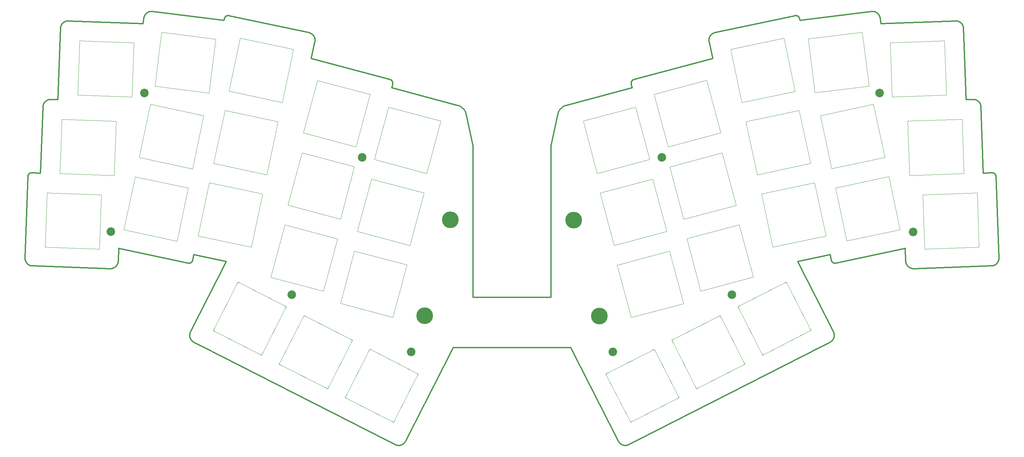
<source format=gbs>
%TF.GenerationSoftware,KiCad,Pcbnew,(6.0.6)*%
%TF.CreationDate,2022-07-30T19:54:08+09:00*%
%TF.ProjectId,nowt36_top_plate,6e6f7774-3336-45f7-946f-705f706c6174,rev?*%
%TF.SameCoordinates,Original*%
%TF.FileFunction,Soldermask,Bot*%
%TF.FilePolarity,Negative*%
%FSLAX46Y46*%
G04 Gerber Fmt 4.6, Leading zero omitted, Abs format (unit mm)*
G04 Created by KiCad (PCBNEW (6.0.6)) date 2022-07-30 19:54:08*
%MOMM*%
%LPD*%
G01*
G04 APERTURE LIST*
%TA.AperFunction,Profile*%
%ADD10C,0.349999*%
%TD*%
%TA.AperFunction,Profile*%
%ADD11C,0.120000*%
%TD*%
%ADD12C,2.200000*%
%ADD13C,4.300000*%
G04 APERTURE END LIST*
D10*
X231725116Y-33993476D02*
X231698161Y-33952779D01*
X34443311Y-98047982D02*
X34443311Y-98047982D01*
X231381600Y-33661253D02*
X231339574Y-33638053D01*
X282189087Y-74364459D02*
X282156413Y-74329296D01*
X56504308Y-96817078D02*
X56619009Y-93530003D01*
X74573737Y-97341395D02*
X74622764Y-97345614D01*
X32676057Y-96840127D02*
X32716838Y-96928823D01*
X43116816Y-34965076D02*
X43023111Y-34992477D01*
X281740706Y-97967544D02*
X281834611Y-97937295D01*
X278466334Y-56488066D02*
X278432453Y-56396511D01*
X33982693Y-74062248D02*
X33935715Y-74076345D01*
X282869975Y-97108798D02*
X282919131Y-97025888D01*
X277365101Y-55299160D02*
X277274570Y-55262777D01*
X106766270Y-38698897D02*
X106706475Y-38620279D01*
X63831356Y-32887059D02*
X63757163Y-32947929D01*
X106822347Y-38780734D02*
X106766270Y-38698897D01*
X281656130Y-74050443D02*
X281607395Y-74040969D01*
X33935715Y-74076345D02*
X33889713Y-74092659D01*
X231946127Y-34741396D02*
X231946127Y-34741396D01*
X106433034Y-38339988D02*
X106356841Y-38278964D01*
X62911741Y-35569906D02*
X43701223Y-34899060D01*
X33637830Y-74233739D02*
X33600478Y-74263886D01*
X43405264Y-34910611D02*
X43308058Y-34924081D01*
X42930907Y-35024397D02*
X42840368Y-35060775D01*
X273875105Y-36068436D02*
X273832491Y-35980669D01*
X278009069Y-55742852D02*
X277938207Y-55673415D01*
X63988054Y-32776246D02*
X63908366Y-32829795D01*
X281456763Y-74027190D02*
X281405294Y-74027680D01*
X188519844Y-51139539D02*
X188529052Y-51188061D01*
X126708547Y-50128505D02*
X126666448Y-50103697D01*
X56619009Y-93530003D02*
X74476041Y-97325631D01*
X239720296Y-95124176D02*
X240024496Y-96555397D01*
X185972710Y-143999883D02*
X186056876Y-144049890D01*
X84966117Y-33537519D02*
X84915641Y-33530739D01*
X33256028Y-74890189D02*
X33250399Y-74940802D01*
X170719309Y-57206315D02*
X170565305Y-57337723D01*
X260301739Y-98543597D02*
X260390446Y-98584370D01*
X75508086Y-96913882D02*
X75534728Y-96873017D01*
X55020000Y-98680000D02*
X55113695Y-98652592D01*
X240668953Y-115207669D02*
X240629723Y-115113666D01*
X129448191Y-144140040D02*
X129535397Y-144099693D01*
X188576253Y-50610808D02*
X188559390Y-50656882D01*
X274695547Y-55200585D02*
X274053976Y-36828042D01*
X240597126Y-116813485D02*
X240637489Y-116726282D01*
X105560796Y-37913728D02*
X85016721Y-33546943D01*
X74476041Y-97325631D02*
X74476041Y-97325631D01*
X41900691Y-35894960D02*
X41853815Y-35980598D01*
X188774969Y-52110541D02*
X188774969Y-52110541D01*
X208549603Y-39685414D02*
X208542973Y-39783850D01*
X74929389Y-116355782D02*
X74952859Y-116451727D01*
X55471812Y-98498393D02*
X55556345Y-98449012D01*
X277625036Y-55434430D02*
X277540500Y-55385049D01*
X33264127Y-74840400D02*
X33256028Y-74890189D01*
X278198471Y-55969138D02*
X278139274Y-55890875D01*
X64609077Y-32514634D02*
X64514567Y-32539110D01*
X210125768Y-37913732D02*
X210125768Y-37913732D01*
X32922664Y-97261958D02*
X32984486Y-97338998D01*
X64421755Y-32568067D02*
X64330780Y-32601396D01*
X147843305Y-67115948D02*
X147843305Y-67115948D01*
X106576314Y-38473096D02*
X106506241Y-38404732D01*
X37822416Y-55607543D02*
X37748197Y-55673382D01*
X209103006Y-38480330D02*
X209037901Y-38551176D01*
X32716838Y-96928823D02*
X32761951Y-97015521D01*
X231813019Y-34170613D02*
X231794179Y-34124273D01*
X259214603Y-97111531D02*
X259234834Y-97207557D01*
X282086254Y-74263867D02*
X282048899Y-74233723D01*
X75020234Y-115201363D02*
X74986706Y-115293890D01*
X85016721Y-33546943D02*
X84966117Y-33537519D01*
X185253851Y-143213601D02*
X185253851Y-143213601D01*
X240394349Y-117141396D02*
X240451133Y-117062891D01*
X142720945Y-119096680D02*
X142720945Y-119096680D01*
X84305051Y-33661269D02*
X84264198Y-33686436D01*
X34344278Y-98042069D02*
X34443311Y-98047982D01*
X147843305Y-106115944D02*
X147843305Y-106115944D01*
X170047664Y-57957488D02*
X169945318Y-58133381D01*
X186899990Y-144301336D02*
X186997631Y-144305597D01*
X126749340Y-50155308D02*
X126708547Y-50128505D01*
X209499166Y-44585329D02*
X209499166Y-44585329D01*
X260761932Y-98702889D02*
X260858137Y-98721064D01*
X240458013Y-97186203D02*
X240500272Y-97212181D01*
X241063880Y-97345664D02*
X241112908Y-97341443D01*
X106874301Y-38865247D02*
X106822347Y-38780734D01*
X42418483Y-35307352D02*
X42341431Y-35369170D01*
X106196076Y-38168478D02*
X106111798Y-38119217D01*
X278556355Y-56869174D02*
X278540822Y-56771987D01*
X252593904Y-34117494D02*
X252573860Y-34017623D01*
X230669912Y-33546938D02*
X230669912Y-33546938D01*
X281447393Y-98030465D02*
X281546976Y-98014259D01*
X273419149Y-35435104D02*
X273344940Y-35369264D01*
X105845134Y-37996567D02*
X105752124Y-37964397D01*
X259188309Y-96916141D02*
X259199070Y-97014338D01*
X241014848Y-97347465D02*
X241063880Y-97345664D01*
X129703879Y-144006491D02*
X129784817Y-143953746D01*
X145741252Y-58133401D02*
X145638908Y-57957507D01*
X240304188Y-97063181D02*
X240340130Y-97096580D01*
X106356841Y-38278964D02*
X106277806Y-38221761D01*
X277863993Y-55607574D02*
X277786948Y-55545754D01*
X126826720Y-50214684D02*
X126788754Y-50184053D01*
X240270005Y-97028143D02*
X240304188Y-97063181D01*
X261251302Y-98746087D02*
X281243398Y-98047928D01*
X74961140Y-97308301D02*
X75007745Y-97293614D01*
X208566450Y-40184637D02*
X208585302Y-40285848D01*
X188540701Y-51236277D02*
X188540701Y-51236277D01*
X128604809Y-144305663D02*
X128701693Y-144305475D01*
X126931227Y-50317363D02*
X126898027Y-50281394D01*
X56007408Y-98068055D02*
X56070564Y-97992573D01*
X43308058Y-34924081D02*
X43211853Y-34942256D01*
X64241783Y-32638988D02*
X64154902Y-32680734D01*
X105657296Y-37936750D02*
X105560796Y-37913728D01*
X147843305Y-106115944D02*
X147843305Y-67115948D01*
X209649953Y-38079244D02*
X209562723Y-38125339D01*
X127141779Y-50703593D02*
X127127230Y-50656857D01*
X169776558Y-58506696D02*
X169711133Y-58703086D01*
X273557057Y-35577078D02*
X273490010Y-35504539D01*
X208542973Y-39783850D02*
X208541246Y-39883140D01*
X239720296Y-95124176D02*
X239720296Y-95124176D01*
X42664954Y-35146655D02*
X42580410Y-35196033D01*
X283169122Y-96184089D02*
X283173297Y-96082316D01*
X273021467Y-35146743D02*
X272934771Y-35101633D01*
X188694254Y-50394287D02*
X188666456Y-50435108D01*
X107111527Y-39505547D02*
X107091413Y-39410079D01*
X33339398Y-74605947D02*
X33319924Y-74650703D01*
X282436390Y-74940764D02*
X282430757Y-74890150D01*
X56129758Y-97914312D02*
X56184918Y-97833431D01*
X281885824Y-74131696D02*
X281841966Y-74111130D01*
X240678879Y-97293671D02*
X240725487Y-97308357D01*
X75888060Y-117663564D02*
X75975309Y-117710778D01*
X37610280Y-55815357D02*
X37547117Y-55890838D01*
X144267714Y-56790298D02*
X144074401Y-56716275D01*
X127179872Y-50992995D02*
X127179439Y-50944132D01*
X189020171Y-50103722D02*
X188978071Y-50128530D01*
X209832636Y-37999600D02*
X209739956Y-38037282D01*
X277707241Y-55488019D02*
X277625036Y-55434430D01*
X281969962Y-74178879D02*
X281928511Y-74154299D01*
X208597940Y-39396712D02*
X208577183Y-39491696D01*
X240732900Y-116454836D02*
X240755963Y-116361639D01*
X84434342Y-33597765D02*
X84390198Y-33616885D01*
X55556345Y-98449012D02*
X55638547Y-98395424D01*
X37381692Y-56133323D02*
X37334818Y-56218960D01*
X250685329Y-32463729D02*
X250584432Y-32463303D01*
X41638224Y-36728999D02*
X41632307Y-36828038D01*
X189108014Y-50060309D02*
X189063509Y-50080964D01*
X33274631Y-74791496D02*
X33264127Y-74840400D01*
X38411871Y-55262770D02*
X38321335Y-55299149D01*
X128507695Y-144301115D02*
X128604809Y-144305663D01*
X63239321Y-33639988D02*
X63201005Y-33730903D01*
X188666456Y-50435108D02*
X188640600Y-50477438D01*
X240917126Y-97343872D02*
X240965901Y-97346863D01*
X55795293Y-98275870D02*
X55869505Y-98210030D01*
X130432806Y-143214081D02*
X142720945Y-119096680D01*
X231829643Y-34218243D02*
X231813019Y-34170613D01*
X277938207Y-55673415D02*
X277938207Y-55673415D01*
X282816987Y-97189107D02*
X282869975Y-97108798D01*
X282122114Y-74295745D02*
X282086254Y-74263867D01*
X75496284Y-117369682D02*
X75568326Y-117435717D01*
X54534847Y-98747087D02*
X54633548Y-98743204D01*
X63328466Y-33465804D02*
X63281854Y-33551585D01*
X187763215Y-144169087D02*
X187854317Y-144130907D01*
X250584432Y-32463303D02*
X250482679Y-32468015D01*
X83857010Y-34218245D02*
X83842674Y-34267115D01*
X169945318Y-58133381D02*
X169854784Y-58316622D01*
X279168050Y-74105774D02*
X278573034Y-57066399D01*
X32580330Y-96563709D02*
X32607741Y-96657404D01*
X130432806Y-143214081D02*
X130432806Y-143214081D01*
X260048273Y-98395527D02*
X260130487Y-98449113D01*
X37253911Y-56396476D02*
X37220026Y-56488032D01*
X252774862Y-35569906D02*
X252774862Y-35569906D01*
X126911642Y-52110541D02*
X127145910Y-51236250D01*
X74914215Y-115578310D02*
X74899463Y-115674807D01*
X282276708Y-74479020D02*
X282249300Y-74439382D01*
X189247823Y-50011504D02*
X189200241Y-50025525D01*
X129083545Y-144258454D02*
X129176742Y-144235407D01*
X63077596Y-34219328D02*
X63077596Y-34219328D01*
X75416598Y-97028099D02*
X75448971Y-96991496D01*
X143874708Y-56655278D02*
X143874708Y-56655278D01*
X231698161Y-33952779D02*
X231669364Y-33913615D01*
X283103198Y-96576868D02*
X283126820Y-96481081D01*
X240127245Y-96830910D02*
X240151876Y-96873052D01*
X186056876Y-144049890D02*
X186143593Y-144095818D01*
X75479483Y-96953399D02*
X75508086Y-96913882D01*
X74884160Y-115869274D02*
X74883637Y-115966891D01*
X63201005Y-33730903D02*
X63167047Y-33824220D01*
X208918429Y-38701535D02*
X208864257Y-38780752D01*
X84765730Y-33525786D02*
X84716513Y-33529102D01*
X282187671Y-97773397D02*
X282269689Y-97722346D01*
X107066653Y-39315652D02*
X107037279Y-39222441D01*
X282964335Y-96940506D02*
X283005464Y-96852784D01*
X186232725Y-144137552D02*
X186324139Y-144174977D01*
X33716762Y-74178889D02*
X33676613Y-74205387D01*
X33426940Y-97728616D02*
X33510280Y-97779665D01*
X75243139Y-117073292D02*
X75300941Y-117151957D01*
X63077596Y-34219328D02*
X62911741Y-35569906D01*
X157843305Y-119096680D02*
X172965673Y-119096680D01*
X74883637Y-115966891D02*
X74887884Y-116064526D01*
X240207120Y-96953439D02*
X240237633Y-96991538D01*
X145400758Y-57629829D02*
X145265938Y-57479077D01*
X208552888Y-40083682D02*
X208566450Y-40184637D01*
X240732104Y-115398364D02*
X240703062Y-115302625D01*
X64154902Y-32680734D02*
X64070280Y-32726523D01*
X188515176Y-50846923D02*
X188509990Y-50895429D01*
X187943807Y-144088082D02*
X187943807Y-144088082D01*
X56325449Y-97576691D02*
X56363732Y-97486950D01*
X75662107Y-96555382D02*
X75662107Y-96555382D01*
X240104675Y-96787568D02*
X240127245Y-96830910D01*
X42341431Y-35369170D02*
X42267210Y-35435010D01*
X273734571Y-35811698D02*
X273679411Y-35730819D01*
X75007745Y-97293614D02*
X75053655Y-97276637D01*
X209243474Y-38348056D02*
X209171563Y-38412574D01*
X83740491Y-34741396D02*
X83740491Y-34741396D01*
X32525830Y-96275287D02*
X32539312Y-96372485D01*
X37220026Y-56488032D02*
X37190618Y-56581239D01*
X281557878Y-74033895D02*
X281507646Y-74029281D01*
X240587836Y-97257443D02*
X240632967Y-97276694D01*
X84332952Y-96902565D02*
X75101255Y-115020791D01*
X32514234Y-95979348D02*
X32513229Y-96078552D01*
X167843313Y-67115948D02*
X167843313Y-106115944D01*
X127173548Y-51090773D02*
X127177912Y-51041905D01*
X74933682Y-115482541D02*
X74914215Y-115578310D01*
X259616196Y-97992676D02*
X259679361Y-98068160D01*
X188522721Y-50798727D02*
X188515176Y-50846923D01*
X37119228Y-56967342D02*
X37113309Y-57066378D01*
X42006918Y-35730734D02*
X41951750Y-35811618D01*
X240024496Y-96555397D02*
X240024496Y-96555397D01*
X37487915Y-55969101D02*
X37432749Y-56049983D01*
X74910746Y-116259149D02*
X74929389Y-116355782D01*
X240803244Y-115882889D02*
X240798709Y-115785770D01*
X240637489Y-116726282D02*
X240673608Y-116637327D01*
X189063509Y-50080964D02*
X189020171Y-50103722D01*
X127157558Y-51188034D02*
X127166767Y-51139512D01*
X240552576Y-116898767D02*
X240597126Y-116813485D01*
X276897448Y-55162433D02*
X276800249Y-55148956D01*
X75101255Y-115020791D02*
X75058422Y-115110271D01*
X129620683Y-144055159D02*
X129703879Y-144006491D01*
X75051563Y-116731783D02*
X75093281Y-116820918D01*
X241112908Y-97341443D02*
X241161846Y-97334786D01*
X277786948Y-55545754D02*
X277707241Y-55488019D01*
X127742773Y-144087632D02*
X127835645Y-144132047D01*
X64514567Y-32539110D02*
X64421755Y-32568067D01*
X126962697Y-50355004D02*
X126931227Y-50317363D01*
X128313452Y-144277590D02*
X128410520Y-144291776D01*
X33683686Y-97869143D02*
X33773429Y-97907424D01*
X42267210Y-35435010D02*
X42196341Y-35504446D01*
X208585302Y-40285848D02*
X209499166Y-44585329D01*
X282249300Y-74439382D02*
X282220071Y-74401175D01*
X251264865Y-32568057D02*
X251172052Y-32539100D01*
X41853815Y-35980598D02*
X41811196Y-36068372D01*
X239888834Y-117608739D02*
X239972240Y-117551964D01*
X33958188Y-97970704D02*
X34052882Y-97995555D01*
X64070280Y-32726523D02*
X63988054Y-32776246D01*
X83961541Y-33993484D02*
X83936503Y-34035663D01*
X129863327Y-143896978D02*
X129939241Y-143836241D01*
X32811335Y-97100053D02*
X32864927Y-97182254D01*
X41632307Y-36828038D02*
X40991056Y-55200585D01*
X33302595Y-74696587D02*
X33287475Y-74743538D01*
X75014153Y-116640367D02*
X75051563Y-116731783D01*
X32517115Y-96177254D02*
X32525830Y-96275287D01*
X282269689Y-97722346D02*
X282348967Y-97667524D01*
X231066985Y-33542881D02*
X231018844Y-33534808D01*
X42840368Y-35060775D02*
X42751662Y-35101549D01*
X281797003Y-74092661D02*
X281751000Y-74076349D01*
X127929639Y-144171287D02*
X128024586Y-144205407D01*
X126666448Y-50103697D02*
X126623111Y-50080938D01*
X259817281Y-98210137D02*
X259891505Y-98275977D01*
X240151876Y-96873052D02*
X240178518Y-96913919D01*
X127069755Y-50520973D02*
X127046026Y-50477414D01*
X84390198Y-33616885D02*
X84347076Y-33638069D01*
X54828776Y-98721012D02*
X54924972Y-98702828D01*
X32639671Y-96749599D02*
X32676057Y-96840127D01*
X74913927Y-97320680D02*
X74961140Y-97308301D01*
X272281243Y-34910644D02*
X272183212Y-34901932D01*
X186417699Y-144207978D02*
X186417699Y-144207978D01*
X75966322Y-95124176D02*
X75966322Y-95124176D01*
X41739021Y-36249677D02*
X41709613Y-36342887D01*
X274053976Y-36828042D02*
X274048056Y-36729012D01*
X231537241Y-33773243D02*
X231500350Y-33742464D01*
X74887884Y-116064526D02*
X74896916Y-116162005D01*
X33864984Y-97941302D02*
X33958188Y-97970704D01*
X271985311Y-34899058D02*
X271985311Y-34899058D01*
X240820440Y-97330793D02*
X240868610Y-97338510D01*
X33889713Y-74092659D02*
X33844752Y-74111131D01*
X145975427Y-58703107D02*
X145910005Y-58506717D01*
X272663354Y-34992544D02*
X272569661Y-34965136D01*
X231750154Y-34035656D02*
X231725116Y-33993476D01*
X276800249Y-55148956D02*
X276702215Y-55140246D01*
X41664522Y-36533611D02*
X41648987Y-36630802D01*
X128410520Y-144291776D02*
X128507695Y-144301115D01*
X37334818Y-56218960D02*
X37292200Y-56306731D01*
X84047857Y-33876042D02*
X84017293Y-33913625D01*
X273679411Y-35730819D02*
X273620215Y-35652558D01*
X208652905Y-39211242D02*
X208623213Y-39303178D01*
X282399297Y-74743501D02*
X282384174Y-74696550D01*
X187192678Y-144299818D02*
X187289731Y-144289807D01*
X63552889Y-33151083D02*
X63491367Y-33225284D01*
X240128083Y-117427751D02*
X240200410Y-117360649D01*
X185528846Y-143620652D02*
X185594871Y-143692709D01*
X189153614Y-50041811D02*
X189108014Y-50060309D01*
X128989272Y-144277040D02*
X129083545Y-144258454D01*
X240756135Y-115494717D02*
X240732104Y-115398364D01*
X126438802Y-50011477D02*
X126438802Y-50011477D01*
X240585317Y-115020783D02*
X240585317Y-115020783D01*
X63908366Y-32829795D02*
X63831356Y-32887059D01*
X84716513Y-33529102D02*
X84667797Y-33534821D01*
X106706475Y-38620279D02*
X106643107Y-38544978D01*
X240632967Y-97276694D02*
X240678879Y-97293671D01*
X170565305Y-57337723D02*
X170420644Y-57479061D01*
X186997631Y-144305597D02*
X187095252Y-144305086D01*
X167843313Y-106115944D02*
X167843313Y-106115944D01*
X272846076Y-35060855D02*
X272755548Y-35024471D01*
X32514234Y-95979348D02*
X32514234Y-95979348D01*
X37292200Y-56306731D02*
X37253911Y-56396476D01*
X259361272Y-97576773D02*
X259403892Y-97664547D01*
X185594871Y-143692709D02*
X185664257Y-143761379D01*
X107144883Y-39894345D02*
X107143674Y-39796456D01*
X240543576Y-97235933D02*
X240587836Y-97257443D01*
X65001286Y-32463734D02*
X64901388Y-32469190D01*
X83913456Y-34079277D02*
X83892475Y-34124277D01*
X171053373Y-56975351D02*
X170882163Y-57085352D01*
X240237633Y-96991538D02*
X240270005Y-97028143D01*
X282325805Y-74562345D02*
X282302232Y-74520028D01*
X240377782Y-97128265D02*
X240417093Y-97158164D01*
X147843305Y-67115948D02*
X146027555Y-58905297D01*
X261251302Y-98746087D02*
X261251302Y-98746087D01*
X260858137Y-98721064D02*
X260955343Y-98734534D01*
X107137690Y-39698910D02*
X107126964Y-39601882D01*
X56504308Y-96817078D02*
X56504308Y-96817078D01*
X43602012Y-34898039D02*
X43503304Y-34901910D01*
X188755391Y-50317388D02*
X188723922Y-50355029D01*
X259199070Y-97014338D02*
X259214603Y-97111531D01*
X282439489Y-74992142D02*
X282436390Y-74940764D01*
X187576886Y-144231452D02*
X187670679Y-144202607D01*
X63112766Y-34017625D02*
X63092722Y-34117494D01*
X278567117Y-56967365D02*
X278556355Y-56869174D01*
X240200410Y-117360649D02*
X240268932Y-117290444D01*
X38061386Y-55434407D02*
X37979177Y-55487993D01*
X273832491Y-35980669D02*
X273785622Y-35895036D01*
X54435644Y-98746079D02*
X54435644Y-98746079D01*
X107037279Y-39222441D02*
X107003325Y-39130621D01*
X42580410Y-35196033D02*
X42498198Y-35249619D01*
X239972240Y-117551964D02*
X240052009Y-117491579D01*
X37190618Y-56581239D02*
X37165761Y-56675935D01*
X130383746Y-143304587D02*
X130432806Y-143214081D01*
X252195258Y-33225274D02*
X252133736Y-33151073D01*
X107143674Y-39796456D02*
X107137690Y-39698910D01*
X39082951Y-55136397D02*
X38984246Y-55140271D01*
X171418885Y-56790297D02*
X171232445Y-56876827D01*
X252068835Y-33080040D02*
X252000697Y-33012285D01*
X252133736Y-33151073D02*
X252068835Y-33080040D01*
X259817281Y-98210137D02*
X259817281Y-98210137D01*
X65203933Y-32468017D02*
X65102181Y-32463306D01*
X276504308Y-55137377D02*
X276504308Y-55137377D01*
X105752124Y-37964397D02*
X105657296Y-37936750D01*
X126533009Y-50041785D02*
X126486383Y-50025498D01*
X83830701Y-34317178D02*
X83740491Y-34741396D01*
X84264198Y-33686436D02*
X84224591Y-33713522D01*
X208623213Y-39303178D02*
X208597940Y-39396712D01*
X83892475Y-34124277D02*
X83873635Y-34170616D01*
X171811895Y-56655283D02*
X171612200Y-56716277D01*
X188774969Y-52110541D02*
X171811895Y-56655283D01*
X34443311Y-98047982D02*
X54435644Y-98746079D01*
X240798709Y-115785770D02*
X240789383Y-115688589D01*
X240775210Y-115591515D02*
X240756135Y-115494717D01*
X33192310Y-97551109D02*
X33267793Y-97614264D01*
X240451133Y-117062891D02*
X240503893Y-116981959D01*
X74720738Y-97346810D02*
X74769511Y-97343819D01*
X56184918Y-97833431D02*
X56235968Y-97750093D01*
X33119768Y-97484066D02*
X33192310Y-97551109D01*
X186705361Y-144278445D02*
X186802508Y-144292290D01*
X231353658Y-96902565D02*
X239720296Y-95124176D01*
X260215031Y-98498491D02*
X260301739Y-98543597D01*
X75803622Y-117612317D02*
X75888060Y-117663564D01*
X65102181Y-32463306D02*
X65001286Y-32463734D01*
X252573860Y-34017623D02*
X252549038Y-33919828D01*
X208544519Y-39983134D02*
X208552888Y-40083682D01*
X259182394Y-96817101D02*
X259188309Y-96916141D01*
X283126820Y-96481081D02*
X283145762Y-96383602D01*
X231018844Y-33534808D02*
X230970126Y-33529090D01*
X33510280Y-97779665D02*
X33595916Y-97826532D01*
X188859896Y-50214709D02*
X188823449Y-50247174D01*
X240705431Y-116546789D02*
X240732900Y-116454836D01*
X252549038Y-33919828D02*
X252519578Y-33824216D01*
X34281416Y-74027649D02*
X34229947Y-74027163D01*
X84865368Y-33526556D02*
X84815373Y-33524921D01*
X145525246Y-57789478D02*
X145400758Y-57629829D01*
X33050329Y-97413208D02*
X33119768Y-97484066D01*
X127163895Y-50798701D02*
X127154005Y-50750904D01*
X41648987Y-36630802D02*
X41638224Y-36728999D01*
X75189184Y-116991807D02*
X75243139Y-117073292D01*
X56397611Y-97395397D02*
X56427015Y-97302194D01*
X33410042Y-74479050D02*
X33384522Y-74520060D01*
X75559359Y-96830878D02*
X75581930Y-96787538D01*
X283159903Y-96284561D02*
X283169122Y-96184089D01*
X231794179Y-34124273D02*
X231773200Y-34079271D01*
X34246088Y-98031311D02*
X34344278Y-98042069D01*
X209037901Y-38551176D02*
X208976343Y-38624960D01*
X259679361Y-98068160D02*
X259746414Y-98140700D01*
X282700001Y-97341402D02*
X282760288Y-97266685D01*
X188513064Y-51090800D02*
X188519844Y-51139539D01*
X74986706Y-115293890D02*
X74957850Y-115387675D01*
X281644787Y-97993241D02*
X281740706Y-97967544D01*
X83830701Y-34317178D02*
X83830701Y-34317178D01*
X75966322Y-95124176D02*
X84332952Y-96902565D01*
X185891231Y-143945914D02*
X185972710Y-143999883D01*
X126623111Y-50080938D02*
X126578608Y-50060283D01*
X230770994Y-33530731D02*
X230720517Y-33537512D01*
X251355841Y-32601386D02*
X251264865Y-32568057D01*
X55296418Y-98584281D02*
X55385114Y-98543503D01*
X252253263Y-33302535D02*
X252195258Y-33225274D01*
X128798177Y-144300605D02*
X128894093Y-144291108D01*
X43211853Y-34942256D02*
X43116816Y-34965076D01*
X281243398Y-98047928D02*
X281243398Y-98047928D01*
X281405294Y-74027680D02*
X279168050Y-74105774D01*
X75643640Y-117498258D02*
X75722110Y-117557170D01*
X278351555Y-56218996D02*
X278304685Y-56133360D01*
X231422454Y-33686421D02*
X231381600Y-33661253D01*
X170285822Y-57629812D02*
X170161330Y-57789459D01*
X281834611Y-97937295D02*
X281926382Y-97902627D01*
X39182157Y-55137415D02*
X39182157Y-55137415D01*
X251172052Y-32539100D02*
X251077542Y-32514625D01*
X188532612Y-50750930D02*
X188522721Y-50798727D01*
X251698569Y-32776235D02*
X251616343Y-32726511D01*
X278394168Y-56306767D02*
X278351555Y-56218996D01*
X106822347Y-38780734D02*
X106822347Y-38780734D01*
X63281854Y-33551585D02*
X63239321Y-33639988D01*
X37129992Y-56869148D02*
X37119228Y-56967342D01*
X84815373Y-33524921D02*
X84765730Y-33525786D01*
X167843313Y-67115948D02*
X167843313Y-67115948D01*
X188506740Y-50993021D02*
X188508700Y-51041931D01*
X277088676Y-55203443D02*
X276993646Y-55180616D01*
X75568326Y-117435717D02*
X75643640Y-117498258D01*
X170420644Y-57479061D02*
X170285822Y-57629812D01*
X84525402Y-33565911D02*
X84479435Y-33580758D01*
X277540500Y-55385049D02*
X277453800Y-55339938D01*
X208686918Y-39121053D02*
X208652905Y-39211242D01*
X34281416Y-74027649D02*
X34281416Y-74027649D01*
X240500272Y-97212181D02*
X240543576Y-97235933D01*
X33530324Y-74329319D02*
X33497653Y-74364485D01*
X281751000Y-74076349D02*
X281704020Y-74062257D01*
X33676613Y-74205387D02*
X33637830Y-74233739D01*
X260390446Y-98584370D02*
X260480985Y-98620748D01*
X33360952Y-74562379D02*
X33339398Y-74605947D01*
X251855268Y-32887047D02*
X251778257Y-32829783D01*
X209396971Y-38229327D02*
X209318642Y-38286924D01*
X251616343Y-32726511D02*
X251531720Y-32680722D01*
X129176742Y-144235407D02*
X129268695Y-144207952D01*
X146027555Y-58905297D02*
X146027555Y-58905297D01*
X126788754Y-50184053D02*
X126749340Y-50155308D01*
X276702215Y-55140246D02*
X276603513Y-55136366D01*
X260130487Y-98449113D02*
X260215031Y-98498491D01*
X281704020Y-74062257D02*
X281656130Y-74050443D01*
X279168050Y-74105774D02*
X279168050Y-74105774D01*
X188595417Y-50565484D02*
X188576253Y-50610808D01*
X127110368Y-50610783D02*
X127091206Y-50565459D01*
X230669912Y-33546938D02*
X210125768Y-37913732D01*
X231353658Y-96902565D02*
X231353658Y-96902565D01*
X208577183Y-39491696D02*
X208561038Y-39587979D01*
X209562723Y-38125339D02*
X209478363Y-38175416D01*
X106506241Y-38404732D02*
X106433034Y-38339988D01*
X273785622Y-35895036D02*
X273734571Y-35811698D01*
X282156413Y-74329296D02*
X282122114Y-74295745D01*
X272474634Y-34942308D02*
X272378439Y-34924124D01*
X230871264Y-33524911D02*
X230821268Y-33526547D01*
X74818025Y-97338456D02*
X74866192Y-97330738D01*
X56498391Y-96916110D02*
X56504308Y-96817078D01*
X33497653Y-74364485D02*
X33466672Y-74401202D01*
X278432453Y-56396511D02*
X278394168Y-56306767D01*
X144967280Y-57206327D02*
X144804429Y-57085361D01*
X240798157Y-116076265D02*
X240803041Y-115979777D01*
X240585317Y-115020783D02*
X231353658Y-96902565D01*
X187482012Y-144255610D02*
X187576886Y-144231452D01*
X186143593Y-144095818D02*
X186232725Y-144137552D01*
X74957850Y-115387675D02*
X74933682Y-115482541D01*
X240868610Y-97338510D02*
X240917126Y-97343872D01*
X55385114Y-98543503D02*
X55471812Y-98498393D01*
X33564621Y-74295766D02*
X33530324Y-74329319D01*
X187386235Y-144275067D02*
X187482012Y-144255610D01*
X240417093Y-97158164D02*
X240458013Y-97186203D01*
X281507646Y-74029281D02*
X281456763Y-74027190D01*
X39182157Y-55137415D02*
X39082951Y-55136397D01*
X74769511Y-97343819D02*
X74818025Y-97338456D01*
X261152092Y-98747107D02*
X261251302Y-98746087D01*
X157843305Y-106115944D02*
X147843305Y-106115944D01*
X37145528Y-56771959D02*
X37129992Y-56869148D01*
X271985311Y-34899058D02*
X252774862Y-35569906D01*
X250380209Y-32477975D02*
X231946127Y-34741396D01*
X252609029Y-34219329D02*
X252593904Y-34117494D01*
X208585302Y-40285848D02*
X208585302Y-40285848D01*
X282366841Y-74650667D02*
X282347363Y-74605912D01*
X143874708Y-56655278D02*
X126911642Y-52110541D01*
X186324139Y-144174977D02*
X186417699Y-144207978D01*
X167843313Y-106115944D02*
X157843305Y-106115944D01*
X240178518Y-96913919D02*
X240207120Y-96953439D01*
X186417699Y-144207978D02*
X186512780Y-144236303D01*
X83873635Y-34170616D02*
X83857010Y-34218245D01*
X83740491Y-34741396D02*
X65306402Y-32477975D01*
X282103032Y-97820548D02*
X282187671Y-97773397D01*
X84667797Y-33534821D02*
X84619657Y-33542895D01*
X32513229Y-96078552D02*
X32517115Y-96177254D01*
X282569143Y-97481734D02*
X282636245Y-97413128D01*
X38232632Y-55339923D02*
X38145927Y-55385030D01*
X106187437Y-44585329D02*
X107101324Y-40285851D01*
X75300941Y-117151957D02*
X75362476Y-117227666D01*
X84572167Y-33553274D02*
X84525402Y-33565911D01*
X42751662Y-35101549D02*
X42664954Y-35146655D01*
X38886210Y-55148975D02*
X38789008Y-55162447D01*
X64802627Y-32479564D02*
X64705143Y-32494749D01*
X259968557Y-98337794D02*
X260048273Y-98395527D01*
X84915641Y-33530739D02*
X84865368Y-33526556D01*
X259501826Y-97833528D02*
X259556993Y-97914412D01*
X126898027Y-50281394D02*
X126863168Y-50247149D01*
X240703062Y-115302625D02*
X240668953Y-115207669D01*
X75101255Y-115020791D02*
X75101255Y-115020791D01*
X278540822Y-56771987D02*
X278520592Y-56675966D01*
X127176624Y-50895403D02*
X127171439Y-50846897D01*
X272934771Y-35101633D02*
X272846076Y-35060855D01*
X252485621Y-33730898D02*
X252447305Y-33639982D01*
X187289731Y-144289807D02*
X187386235Y-144275067D01*
X240965901Y-97346863D02*
X241014848Y-97347465D01*
X260480985Y-98620748D02*
X260573190Y-98652668D01*
X107141285Y-39992404D02*
X107144883Y-39894345D01*
X63433362Y-33302544D02*
X63379015Y-33382754D01*
X281841966Y-74111130D02*
X281797003Y-74092661D01*
X187943807Y-144088082D02*
X239711324Y-117710778D01*
X241161846Y-97334786D02*
X241210607Y-97325676D01*
X84332952Y-96902565D02*
X84332952Y-96902565D01*
X127020167Y-50435083D02*
X126992367Y-50394262D01*
X75602389Y-96743071D02*
X75620686Y-96697548D01*
X56235968Y-97750093D02*
X56282836Y-97664460D01*
X282919131Y-97025888D02*
X282964335Y-96940506D01*
X259067602Y-93530003D02*
X259182394Y-96817101D01*
X106025118Y-38074078D02*
X105936181Y-38033161D01*
X84017293Y-33913625D02*
X83988495Y-33952789D01*
X40991056Y-55200585D02*
X39182157Y-55137415D01*
X170161330Y-57789459D02*
X170047664Y-57957488D01*
X274037292Y-36630824D02*
X274021758Y-36533641D01*
X208541246Y-39883140D02*
X208544519Y-39983134D01*
X231500350Y-33742464D02*
X231462062Y-33713507D01*
X127177912Y-51041905D02*
X127179872Y-50992995D01*
X231843977Y-34267114D02*
X231829643Y-34218243D01*
X33844752Y-74111131D02*
X33800896Y-74131701D01*
X107132847Y-40090458D02*
X107141285Y-39992404D01*
X231161243Y-33565896D02*
X231114476Y-33553260D01*
X208725157Y-39032761D02*
X208686918Y-39121053D01*
X171811895Y-56655283D02*
X171811895Y-56655283D01*
X274001527Y-36437623D02*
X273976673Y-36342932D01*
X260666895Y-98680069D02*
X260761932Y-98702889D01*
X187854317Y-144130907D02*
X187943807Y-144088082D01*
X38145927Y-55385030D02*
X38061386Y-55434407D01*
X42066121Y-35652470D02*
X42006918Y-35730734D01*
X75382416Y-97063135D02*
X75416598Y-97028099D01*
X75186341Y-97212126D02*
X75228597Y-97186150D01*
X188544839Y-50703618D02*
X188532612Y-50750930D01*
X209318642Y-38286924D02*
X209243474Y-38348056D01*
X169711133Y-58703086D02*
X169659002Y-58905276D01*
X127046026Y-50477414D02*
X127020167Y-50435083D01*
X74622764Y-97345614D02*
X74671793Y-97347414D01*
X208767524Y-38946514D02*
X208725157Y-39032761D01*
X272569661Y-34965136D02*
X272474634Y-34942308D01*
X157843305Y-119096680D02*
X157843305Y-119096680D01*
X282430757Y-74890150D02*
X282422654Y-74840361D01*
X106277806Y-38221761D02*
X106196076Y-38168478D01*
X55869505Y-98210030D02*
X55940363Y-98140594D01*
X126992367Y-50394262D02*
X126962697Y-50355004D01*
X186802508Y-144292290D02*
X186899990Y-144301336D01*
X273490010Y-35504539D02*
X273419149Y-35435104D01*
X231946127Y-34741396D02*
X231855947Y-34317179D01*
X277182373Y-55230850D02*
X277088676Y-55203443D01*
X259746414Y-98140700D02*
X259817281Y-98210137D01*
X274048056Y-36729012D02*
X274037292Y-36630824D01*
X127145910Y-51236250D02*
X127145910Y-51236250D01*
X129268695Y-144207952D02*
X129359234Y-144176145D01*
X43023111Y-34992477D02*
X42930907Y-35024397D01*
X34079317Y-74040953D02*
X34030582Y-74050431D01*
X281405294Y-74027680D02*
X281405294Y-74027680D01*
X42267210Y-35435010D02*
X42267210Y-35435010D01*
X272183212Y-34901932D02*
X272084513Y-34898049D01*
X273105998Y-35196124D02*
X273021467Y-35146743D01*
X56487630Y-97014298D02*
X56498391Y-96916110D01*
X63092722Y-34117494D02*
X63077596Y-34219328D01*
X55113695Y-98652592D02*
X55205889Y-98620665D01*
X185736869Y-143826546D02*
X185812572Y-143888096D01*
X32539312Y-96372485D02*
X32557500Y-96468681D01*
X62911741Y-35569906D02*
X62911741Y-35569906D01*
X272755548Y-35024471D02*
X272663354Y-34992544D01*
X37432749Y-56049983D02*
X37381692Y-56133323D01*
X210125768Y-37913732D02*
X210025639Y-37937676D01*
X75139194Y-116907637D02*
X75189184Y-116991807D01*
X208976343Y-38624960D02*
X208918429Y-38701535D01*
X188823449Y-50247174D02*
X188788590Y-50281419D01*
X172965673Y-119096680D02*
X172965673Y-119096680D01*
X283042399Y-96762850D02*
X283075017Y-96670835D01*
X252519578Y-33824216D02*
X252485621Y-33730898D01*
X231114476Y-33553260D02*
X231066985Y-33542881D01*
X63379015Y-33382754D02*
X63328466Y-33465804D01*
X241210607Y-97325676D02*
X241210607Y-97325676D01*
X278495738Y-56581272D02*
X278466334Y-56488066D01*
X273947269Y-36249729D02*
X273913388Y-36158177D01*
X278304685Y-56133360D02*
X278253632Y-56050020D01*
X169659002Y-58905276D02*
X169659002Y-58905276D01*
X106921804Y-38951849D02*
X106874301Y-38865247D01*
X259891505Y-98275977D02*
X259968557Y-98337794D01*
X273267901Y-35307446D02*
X273188198Y-35249712D01*
X36518552Y-74105774D02*
X36518552Y-74105774D01*
X188540701Y-51236277D02*
X188774969Y-52110541D01*
X75975309Y-117710778D02*
X127742773Y-144087632D01*
X188616870Y-50520998D02*
X188595417Y-50565484D01*
X83988495Y-33952789D02*
X83961541Y-33993484D01*
X274053976Y-36828042D02*
X274053976Y-36828042D01*
X75269515Y-97158112D02*
X75308824Y-97128215D01*
X65306402Y-32477975D02*
X65306402Y-32477975D01*
X106111798Y-38119217D02*
X106025118Y-38074078D01*
X240458013Y-97186203D02*
X240458013Y-97186203D01*
X240065919Y-96697572D02*
X240084216Y-96743097D01*
X252000697Y-33012285D02*
X251929461Y-32947918D01*
X75448971Y-96991496D02*
X75479483Y-96953399D01*
X33773429Y-97907424D02*
X33864984Y-97941302D01*
X240333597Y-117217303D02*
X240394349Y-117141396D01*
X240755963Y-116361639D02*
X240774563Y-116267365D01*
X240503893Y-116981959D02*
X240552576Y-116898767D01*
X169854784Y-58316622D02*
X169776558Y-58506696D01*
X55205889Y-98620665D02*
X55296418Y-98584281D01*
X239801843Y-117661733D02*
X239888834Y-117608739D01*
X75534728Y-96873017D02*
X75559359Y-96830878D01*
X185301049Y-143300863D02*
X185352282Y-143385314D01*
X75346475Y-97096532D02*
X75382416Y-97063135D01*
X240629723Y-115113666D02*
X240585317Y-115020783D01*
X41709613Y-36342887D02*
X41684755Y-36437585D01*
X252447305Y-33639982D02*
X252404771Y-33551578D01*
X209927896Y-37966349D02*
X209832636Y-37999600D01*
X259556993Y-97914412D02*
X259616196Y-97992676D01*
X283075017Y-96670835D02*
X283103198Y-96576868D01*
X37165761Y-56675935D02*
X37145528Y-56771959D01*
X75362476Y-117227666D02*
X75427629Y-117300286D01*
X84186305Y-33742478D02*
X84149414Y-33773257D01*
X250785228Y-32469184D02*
X250685329Y-32463729D01*
X33758211Y-74154307D02*
X33716762Y-74178889D01*
X75308824Y-97128215D02*
X75346475Y-97096532D01*
X231606541Y-33840075D02*
X231572663Y-33805796D01*
X188529052Y-51188061D02*
X188540701Y-51236277D01*
X107003325Y-39130621D02*
X106964823Y-39040365D01*
X282439489Y-74992142D02*
X282439489Y-74992142D01*
X185664257Y-143761379D02*
X185736869Y-143826546D01*
X282302232Y-74520028D02*
X282276708Y-74479020D01*
X54435644Y-98746079D02*
X54534847Y-98747087D01*
X169659002Y-58905276D02*
X167843313Y-67115948D01*
X283173297Y-96082316D02*
X283172308Y-95979371D01*
X146027555Y-58905297D02*
X145975427Y-58703107D01*
X75620686Y-96697548D02*
X75636772Y-96651043D01*
X250380209Y-32477975D02*
X250380209Y-32477975D01*
X74866192Y-97330738D02*
X74913927Y-97320680D01*
X189200241Y-50025525D02*
X189153614Y-50041811D01*
X83842674Y-34267115D02*
X83830701Y-34317178D01*
X208813924Y-38862461D02*
X208767524Y-38946514D01*
X127091206Y-50565459D02*
X127069755Y-50520973D01*
X42196341Y-35504446D02*
X42129287Y-35576987D01*
X259289098Y-97395466D02*
X259322983Y-97487026D01*
X251531720Y-32680722D02*
X251444839Y-32638977D01*
X250883990Y-32479558D02*
X250785228Y-32469184D01*
X240036008Y-96603649D02*
X240049833Y-96651064D01*
X145265938Y-57479077D02*
X145121281Y-57337737D01*
X127145910Y-51236250D02*
X127157558Y-51188034D01*
X37677331Y-55742818D02*
X37610280Y-55815357D01*
X281346160Y-98041732D02*
X281447393Y-98030465D01*
X38984246Y-55140271D02*
X38886210Y-55148975D01*
X33287475Y-74743538D02*
X33274631Y-74791496D01*
X240673608Y-116637327D02*
X240705431Y-116546789D01*
X145831782Y-58316643D02*
X145741252Y-58133401D01*
X37979177Y-55487993D02*
X37899465Y-55545726D01*
X188559390Y-50656882D02*
X188544839Y-50703618D01*
X144804429Y-57085361D02*
X144633222Y-56975358D01*
X273620215Y-35652558D02*
X273557057Y-35577078D01*
X283005464Y-96852784D02*
X283042399Y-96762850D01*
X240084216Y-96743097D02*
X240104675Y-96787568D01*
X63491367Y-33225284D02*
X63433362Y-33302544D01*
X84113993Y-33805809D02*
X84080116Y-33840087D01*
X63167047Y-33824220D02*
X63137588Y-33919831D01*
X34148902Y-98015781D02*
X34246088Y-98031311D01*
X75662107Y-96555382D02*
X75966322Y-95124176D01*
X38504072Y-55230848D02*
X38411871Y-55262770D01*
X127166767Y-51139512D02*
X127173548Y-51090773D01*
X282384174Y-74696550D02*
X282366841Y-74650667D01*
X276603513Y-55136366D02*
X276504308Y-55137377D01*
X230970126Y-33529090D02*
X230920908Y-33525775D01*
X129939241Y-143836241D02*
X130012390Y-143771591D01*
X189247823Y-50011504D02*
X189247823Y-50011504D01*
X38597773Y-55203445D02*
X38504072Y-55230848D01*
X75581930Y-96787538D02*
X75602389Y-96743071D01*
X105560796Y-37913728D02*
X105560796Y-37913728D01*
X278253632Y-56050020D02*
X278198471Y-55969138D01*
X55940363Y-98140594D02*
X56007408Y-98068055D01*
X127171439Y-50846897D02*
X127163895Y-50798701D01*
X171612200Y-56716277D02*
X171418885Y-56790297D01*
X240024496Y-96555397D02*
X240036008Y-96603649D01*
X230720517Y-33537512D02*
X230669912Y-33546938D01*
X260955343Y-98734534D02*
X261053383Y-98743236D01*
X276504308Y-55137377D02*
X274695547Y-55200585D01*
X126578608Y-50060283D02*
X126533009Y-50041785D01*
X54924972Y-98702828D02*
X55020000Y-98680000D01*
X188507175Y-50944158D02*
X188506740Y-50993021D01*
X170882163Y-57085352D02*
X170719309Y-57206315D01*
X107119537Y-40188331D02*
X107132847Y-40090458D01*
X282347363Y-74605912D02*
X282325805Y-74562345D01*
X259067602Y-93530003D02*
X259067602Y-93530003D01*
X185253851Y-143213601D02*
X185301049Y-143300863D01*
X128894093Y-144291108D02*
X128989272Y-144277040D01*
X282422654Y-74840361D02*
X282412145Y-74791458D01*
X37748197Y-55673382D02*
X37677331Y-55742818D01*
X74671793Y-97347414D02*
X74720738Y-97346810D01*
X32607741Y-96657404D02*
X32639671Y-96749599D01*
X209171563Y-38412574D02*
X209103006Y-38480330D01*
X240049833Y-96651064D02*
X240065919Y-96697572D01*
X33267793Y-97614264D02*
X33346057Y-97673457D01*
X172965673Y-119096680D02*
X185253851Y-143213601D01*
X75975309Y-117710778D02*
X75975309Y-117710778D01*
X252404771Y-33551578D02*
X252358160Y-33465797D01*
X283145762Y-96383602D02*
X283159903Y-96284561D01*
X127154005Y-50750904D02*
X127141779Y-50703593D01*
X278573034Y-57066399D02*
X278567117Y-56967365D01*
X231252305Y-33597750D02*
X231207211Y-33580742D01*
X208561038Y-39587979D02*
X208549603Y-39685414D01*
X127127230Y-50656857D02*
X127110368Y-50610783D01*
X239711324Y-117710778D02*
X239801843Y-117661733D01*
X37899465Y-55545726D02*
X37822416Y-55607543D01*
X56282836Y-97664460D02*
X56325449Y-97576691D01*
X130330739Y-143391564D02*
X130383746Y-143304587D01*
X74524801Y-97334739D02*
X74573737Y-97341395D01*
X282425383Y-97609061D02*
X282498815Y-97547088D01*
X274695547Y-55200585D02*
X274695547Y-55200585D01*
X83936503Y-34035663D02*
X83913456Y-34079277D01*
X84149414Y-33773257D02*
X84113993Y-33805809D01*
X84347076Y-33638069D02*
X84305051Y-33661269D01*
X240803041Y-115979777D02*
X240803244Y-115882889D01*
X145910005Y-58506717D02*
X145831782Y-58316643D01*
X230821268Y-33526547D02*
X230770994Y-33530731D01*
X283172308Y-95979371D02*
X283172308Y-95979371D01*
X185352282Y-143385314D02*
X185407416Y-143466840D01*
X75053655Y-97276637D02*
X75098783Y-97257386D01*
X37547117Y-55890838D02*
X37487915Y-55969101D01*
X231207211Y-33580742D02*
X231161243Y-33565896D01*
X64705143Y-32494749D02*
X64609077Y-32514634D01*
X41811196Y-36068372D02*
X41772907Y-36158118D01*
X84080116Y-33840087D02*
X84047857Y-33876042D01*
X37748197Y-55673382D02*
X37748197Y-55673382D01*
X130273952Y-143474957D02*
X130330739Y-143391564D01*
X259182394Y-96817101D02*
X259182394Y-96817101D01*
X65306402Y-32477975D02*
X65203933Y-32468017D01*
X56619009Y-93530003D02*
X56619009Y-93530003D01*
X259234834Y-97207557D02*
X259259691Y-97302256D01*
X128120316Y-144234460D02*
X128216661Y-144258503D01*
X209499166Y-44585329D02*
X189247823Y-50011504D01*
X240788646Y-116172184D02*
X240798157Y-116076265D01*
X282010113Y-74205373D02*
X281969962Y-74178879D01*
X273419149Y-35435104D02*
X273419149Y-35435104D01*
X128701693Y-144305475D02*
X128798177Y-144300605D01*
X106964823Y-39040365D02*
X106921804Y-38951849D01*
X33437447Y-74439411D02*
X33410042Y-74479050D01*
X251929461Y-32947918D02*
X251855268Y-32887047D01*
X208864257Y-38780752D02*
X208813924Y-38862461D01*
X282760288Y-97266685D02*
X282816987Y-97189107D01*
X252358160Y-33465797D02*
X252307610Y-33382746D01*
X240052009Y-117491579D02*
X240128083Y-117427751D01*
X282412145Y-74791458D02*
X282399297Y-74743501D01*
X209478363Y-38175416D02*
X209396971Y-38229327D01*
X32864927Y-97182254D02*
X32922664Y-97261958D01*
X250981474Y-32494741D02*
X250883990Y-32479558D01*
X38789008Y-55162447D02*
X38692807Y-55180624D01*
X231773200Y-34079271D02*
X231750154Y-34035656D01*
X130012390Y-143771591D02*
X130082604Y-143703083D01*
X33247305Y-74992180D02*
X33247305Y-74992180D01*
X276993646Y-55180616D02*
X276897448Y-55162433D01*
X130213554Y-143554711D02*
X130273952Y-143474957D01*
X240340130Y-97096580D02*
X240377782Y-97128265D01*
X33247305Y-74992180D02*
X32514234Y-95979348D01*
X56472097Y-97111483D02*
X56487630Y-97014298D01*
X251778257Y-32829783D02*
X251698569Y-32776235D01*
X130082604Y-143703083D02*
X130149716Y-143630771D01*
X75722110Y-117557170D02*
X75803622Y-117612317D01*
X129784817Y-143953746D02*
X129863327Y-143896978D01*
X34179064Y-74029259D02*
X34128832Y-74033876D01*
X188788590Y-50281419D02*
X188755391Y-50317388D01*
X38321335Y-55299149D02*
X38232632Y-55339923D01*
X36518552Y-74105774D02*
X34281416Y-74027649D01*
X186608726Y-144259788D02*
X186705361Y-144278445D01*
X281607395Y-74040969D02*
X281557878Y-74033895D01*
X259322983Y-97487026D02*
X259361272Y-97576773D01*
X75650596Y-96603631D02*
X75662107Y-96555382D01*
X34229947Y-74027163D02*
X34179064Y-74029259D01*
X273976673Y-36342932D02*
X273947269Y-36249729D01*
X277938207Y-55673415D02*
X277863993Y-55607574D01*
X188937278Y-50155333D02*
X188897863Y-50184078D01*
X281243398Y-98047928D02*
X281346160Y-98041732D01*
X74981168Y-116546807D02*
X74981168Y-116546807D01*
X127742773Y-144087632D02*
X127742773Y-144087632D01*
X32761951Y-97015521D02*
X32811335Y-97100053D01*
X63685927Y-33012296D02*
X63617790Y-33080051D01*
X241210607Y-97325676D02*
X259067602Y-93530003D01*
X259450767Y-97750186D02*
X259501826Y-97833528D01*
X231572663Y-33805796D02*
X231537241Y-33773243D01*
X40991056Y-55200585D02*
X40991056Y-55200585D01*
X273188198Y-35249712D02*
X273105998Y-35196124D01*
X33050329Y-97413208D02*
X33050329Y-97413208D01*
X63757163Y-32947929D02*
X63685927Y-33012296D01*
X126863168Y-50247149D02*
X126826720Y-50214684D01*
X231855947Y-34317179D02*
X231855947Y-34317179D01*
X74896916Y-116162005D02*
X74910746Y-116259149D01*
X33595916Y-97826532D02*
X33683686Y-97869143D01*
X33600478Y-74263886D02*
X33564621Y-74295766D01*
X278520592Y-56675966D02*
X278495738Y-56581272D01*
X240268932Y-117290444D02*
X240333597Y-117217303D01*
X282348967Y-97667524D02*
X282425383Y-97609061D01*
X188640600Y-50477438D02*
X188640600Y-50477438D01*
X64901388Y-32469190D02*
X64802627Y-32479564D01*
X277453800Y-55339938D02*
X277365101Y-55299160D01*
X188723922Y-50355029D02*
X188694254Y-50394287D01*
X188978071Y-50128530D02*
X188937278Y-50155333D01*
X282048899Y-74233723D02*
X282010113Y-74205373D01*
X84224591Y-33713522D02*
X84186305Y-33742478D01*
X186512780Y-144236303D02*
X186608726Y-144259788D01*
X34128832Y-74033876D02*
X34079317Y-74040953D01*
X240789383Y-115688589D02*
X240775210Y-115591515D01*
X240725487Y-97308357D02*
X240772703Y-97320736D01*
X185466316Y-143545324D02*
X185528846Y-143620652D01*
X107126964Y-39601882D02*
X107111527Y-39505547D01*
X43701223Y-34899060D02*
X43602012Y-34898039D01*
X75228597Y-97186150D02*
X75228597Y-97186150D01*
X251444839Y-32638977D02*
X251355841Y-32601386D01*
X41772907Y-36158118D02*
X41739021Y-36249677D01*
X56451868Y-97207502D02*
X56472097Y-97111483D01*
X231638799Y-33876030D02*
X231606541Y-33840075D01*
X84479435Y-33580758D02*
X84434342Y-33597765D01*
X74899463Y-115674807D02*
X74889440Y-115771854D01*
X56427015Y-97302194D02*
X56451868Y-97207502D01*
X281546976Y-98014259D02*
X281644787Y-97993241D01*
X277274570Y-55262777D02*
X277182373Y-55230850D01*
X272378439Y-34924124D02*
X272281243Y-34910644D01*
X261053383Y-98743236D02*
X261152092Y-98747107D01*
X281926382Y-97902627D02*
X282015896Y-97863667D01*
X185812572Y-143888096D02*
X185891231Y-143945914D01*
X130149716Y-143630771D02*
X130213554Y-143554711D01*
X231339574Y-33638053D02*
X231296451Y-33616869D01*
X231462062Y-33713507D02*
X231422454Y-33686421D01*
X171232445Y-56876827D02*
X171053373Y-56975351D01*
X210025639Y-37937676D02*
X209927896Y-37966349D01*
X251077542Y-32514625D02*
X250981474Y-32494741D01*
X33800896Y-74131701D02*
X33758211Y-74154307D01*
X126486383Y-50025498D02*
X126438802Y-50011477D01*
X41684755Y-36437585D02*
X41664522Y-36533611D01*
X34030582Y-74050431D02*
X33982693Y-74062248D01*
X32557500Y-96468681D02*
X32580330Y-96563709D01*
X33319924Y-74650703D02*
X33302595Y-74696587D01*
X188508700Y-51041931D02*
X188513064Y-51090800D01*
X106187437Y-44585329D02*
X106187437Y-44585329D01*
X75228597Y-97186150D02*
X75269515Y-97158112D01*
X84619657Y-33542895D02*
X84572167Y-33553274D01*
X33346057Y-97673457D02*
X33426940Y-97728616D01*
X75427629Y-117300286D02*
X75496284Y-117369682D01*
X64330780Y-32601396D02*
X64241783Y-32638988D01*
X188509990Y-50895429D02*
X188507175Y-50944158D01*
X42498198Y-35249619D02*
X42418483Y-35307352D01*
X41632307Y-36828038D02*
X41632307Y-36828038D01*
X55638547Y-98395424D02*
X55718251Y-98337689D01*
X282015896Y-97863667D02*
X282103032Y-97820548D01*
X54633548Y-98743204D02*
X54731579Y-98734492D01*
X144074401Y-56716275D02*
X143874708Y-56655278D01*
X55718251Y-98337689D02*
X55795293Y-98275870D01*
X127835645Y-144132047D02*
X127929639Y-144171287D01*
X107091413Y-39410079D02*
X107066653Y-39315652D01*
X75098783Y-97257386D02*
X75143040Y-97235877D01*
X55869505Y-98210030D02*
X55869505Y-98210030D01*
X282220071Y-74401175D02*
X282189087Y-74364459D01*
X273344940Y-35369264D02*
X273267901Y-35307446D01*
X54731579Y-98734492D02*
X54828776Y-98721012D01*
X144633222Y-56975358D02*
X144454152Y-56876831D01*
X107101324Y-40285851D02*
X107101324Y-40285851D01*
X282498815Y-97547088D02*
X282569143Y-97481734D01*
X56070564Y-97992573D02*
X56129758Y-97914312D01*
X74476041Y-97325631D02*
X74524801Y-97334739D01*
X105936181Y-38033161D02*
X105845134Y-37996567D01*
X187095252Y-144305086D02*
X187192678Y-144299818D01*
X32984486Y-97338998D02*
X33050329Y-97413208D01*
X127046026Y-50477414D02*
X127046026Y-50477414D01*
X185407416Y-143466840D02*
X185466316Y-143545324D01*
X74952859Y-116451727D02*
X74981168Y-116546807D01*
X231669364Y-33913615D02*
X231638799Y-33876030D01*
X75093281Y-116820918D02*
X75139194Y-116907637D01*
X278076116Y-55815392D02*
X278009069Y-55742852D01*
X33466672Y-74401202D02*
X33437447Y-74439411D01*
X274021758Y-36533641D02*
X274001527Y-36437623D01*
X252774862Y-35569906D02*
X252609029Y-34219329D01*
X38692807Y-55180624D02*
X38597773Y-55203445D01*
X259259691Y-97302256D02*
X259289098Y-97395466D01*
X33250399Y-74940802D02*
X33247305Y-74992180D01*
X63137588Y-33919831D02*
X63112766Y-34017625D01*
X37113309Y-57066378D02*
X36518552Y-74105774D01*
X188897863Y-50184078D02*
X188859896Y-50214709D01*
X127179439Y-50944132D02*
X127176624Y-50895403D01*
X278139274Y-55890875D02*
X278076116Y-55815392D01*
X187670679Y-144202607D02*
X187763215Y-144169087D01*
X231855947Y-34317179D02*
X231843977Y-34267114D01*
X106643107Y-38544978D02*
X106576314Y-38473096D01*
X75636772Y-96651043D02*
X75650596Y-96603631D01*
X240772703Y-97320736D02*
X240820440Y-97330793D01*
X250482679Y-32468015D02*
X250380209Y-32477975D01*
X231296451Y-33616869D02*
X231252305Y-33597750D01*
X281928511Y-74154299D02*
X281885824Y-74131696D01*
X273913388Y-36158177D02*
X273875105Y-36068436D01*
X56363732Y-97486950D02*
X56397611Y-97395397D01*
X43503304Y-34901910D02*
X43405264Y-34910611D01*
X128024586Y-144205407D02*
X128120316Y-144234460D01*
X145638908Y-57957507D02*
X145525246Y-57789478D01*
X107101324Y-40285851D02*
X107119537Y-40188331D01*
X126438802Y-50011477D02*
X106187437Y-44585329D01*
X63617790Y-33080051D02*
X63552889Y-33151083D01*
X209739956Y-38037282D02*
X209649953Y-38079244D01*
X145121281Y-57337737D02*
X144967280Y-57206327D01*
X283172308Y-95979371D02*
X282439489Y-74992142D01*
X74981168Y-116546807D02*
X75014153Y-116640367D01*
X188640600Y-50477438D02*
X188616870Y-50520998D01*
X75058422Y-115110271D02*
X75020234Y-115201363D01*
X41951750Y-35811618D02*
X41900691Y-35894960D01*
X144454152Y-56876831D02*
X144267714Y-56790298D01*
X239711324Y-117710778D02*
X239711324Y-117710778D01*
X142720945Y-119096680D02*
X157843305Y-119096680D01*
X75143040Y-97235877D02*
X75186341Y-97212126D01*
X278573034Y-57066399D02*
X278573034Y-57066399D01*
X230920908Y-33525775D02*
X230871264Y-33524911D01*
X128216661Y-144258503D02*
X128313452Y-144277590D01*
X260573190Y-98652668D02*
X260666895Y-98680069D01*
X129535397Y-144099693D02*
X129620683Y-144055159D01*
X252609029Y-34219329D02*
X252609029Y-34219329D01*
X240774563Y-116267365D02*
X240788646Y-116172184D01*
X37113309Y-57066378D02*
X37113309Y-57066378D01*
X74889440Y-115771854D02*
X74884160Y-115869274D01*
X129359234Y-144176145D02*
X129448191Y-144140040D01*
X252307610Y-33382746D02*
X252253263Y-33302535D01*
X85016721Y-33546943D02*
X85016721Y-33546943D01*
X259403892Y-97664547D02*
X259450767Y-97750186D01*
X42129287Y-35576987D02*
X42066121Y-35652470D01*
X126911642Y-52110541D02*
X126911642Y-52110541D01*
X157843305Y-106115944D02*
X157843305Y-106115944D01*
X33384522Y-74520060D02*
X33360952Y-74562379D01*
X282636245Y-97413128D02*
X282700001Y-97341402D01*
X272084513Y-34898049D02*
X271985311Y-34899058D01*
X34052882Y-97995555D02*
X34148902Y-98015781D01*
D11*
%TO.C,SW5*%
X122389186Y-70608747D02*
X135912147Y-74232214D01*
X139535614Y-60709253D02*
X126012653Y-57085786D01*
X135912147Y-74232214D02*
X139535614Y-60709253D01*
X126012653Y-57085786D02*
X122389186Y-70608747D01*
%TO.C,SW4*%
X117674947Y-67374214D02*
X121298414Y-53851253D01*
X121298414Y-53851253D02*
X107775453Y-50227786D01*
X104151986Y-63750747D02*
X117674947Y-67374214D01*
X107775453Y-50227786D02*
X104151986Y-63750747D01*
%TO.C,SW22*%
X60826149Y-75034985D02*
X57915385Y-88729051D01*
X71609451Y-91639815D02*
X74520215Y-77945749D01*
X74520215Y-77945749D02*
X60826149Y-75034985D01*
X57915385Y-88729051D02*
X71609451Y-91639815D01*
%TO.C,SW29*%
X241125585Y-77920349D02*
X244036349Y-91614415D01*
X254819651Y-75009585D02*
X241125585Y-77920349D01*
X244036349Y-91614415D02*
X257730415Y-88703651D01*
X257730415Y-88703651D02*
X254819651Y-75009585D01*
%TO.C,SW26*%
X198396147Y-94195186D02*
X184873186Y-97818653D01*
X184873186Y-97818653D02*
X188496653Y-111341614D01*
X202019614Y-107718147D02*
X198396147Y-94195186D01*
X188496653Y-111341614D02*
X202019614Y-107718147D01*
%TO.C,SW15*%
X131543347Y-92774214D02*
X135166814Y-79251253D01*
X121643853Y-75627786D02*
X118020386Y-89150747D01*
X118020386Y-89150747D02*
X131543347Y-92774214D01*
X135166814Y-79251253D02*
X121643853Y-75627786D01*
%TO.C,SW34*%
X188329888Y-138319979D02*
X200803979Y-131964112D01*
X194448112Y-119490021D02*
X181974021Y-125845888D01*
X200803979Y-131964112D02*
X194448112Y-119490021D01*
X181974021Y-125845888D02*
X188329888Y-138319979D01*
%TO.C,SW25*%
X117275053Y-94169786D02*
X113651586Y-107692747D01*
X113651586Y-107692747D02*
X127174547Y-111316214D01*
X130798014Y-97793253D02*
X117275053Y-94169786D01*
X127174547Y-111316214D02*
X130798014Y-97793253D01*
%TO.C,SW36*%
X215933821Y-108523088D02*
X222289688Y-120997179D01*
X222289688Y-120997179D02*
X234763779Y-114641312D01*
X228407912Y-102167221D02*
X215933821Y-108523088D01*
X234763779Y-114641312D02*
X228407912Y-102167221D01*
%TO.C,SW11*%
X55957232Y-60736361D02*
X41965761Y-60247768D01*
X41965761Y-60247768D02*
X41477168Y-74239239D01*
X55468639Y-74727832D02*
X55957232Y-60736361D01*
X41477168Y-74239239D02*
X55468639Y-74727832D01*
%TO.C,SW12*%
X78482615Y-59302149D02*
X64788549Y-56391385D01*
X64788549Y-56391385D02*
X61877785Y-70085451D01*
X75571851Y-72996215D02*
X78482615Y-59302149D01*
X61877785Y-70085451D02*
X75571851Y-72996215D01*
%TO.C,SW13*%
X97634215Y-60851549D02*
X83940149Y-57940785D01*
X81029385Y-71634851D02*
X94723451Y-74545615D01*
X83940149Y-57940785D02*
X81029385Y-71634851D01*
X94723451Y-74545615D02*
X97634215Y-60851549D01*
%TO.C,SW6*%
X179759053Y-74232214D02*
X193282014Y-70608747D01*
X176135586Y-60709253D02*
X179759053Y-74232214D01*
X193282014Y-70608747D02*
X189658547Y-57085786D01*
X189658547Y-57085786D02*
X176135586Y-60709253D01*
%TO.C,SW20*%
X260177161Y-74702432D02*
X274168632Y-74213839D01*
X259688568Y-60710961D02*
X260177161Y-74702432D01*
X273680039Y-60222368D02*
X259688568Y-60710961D01*
X274168632Y-74213839D02*
X273680039Y-60222368D01*
%TO.C,SW35*%
X217771179Y-123302712D02*
X211415312Y-110828621D01*
X211415312Y-110828621D02*
X198941221Y-117184488D01*
X198941221Y-117184488D02*
X205297088Y-129658579D01*
X205297088Y-129658579D02*
X217771179Y-123302712D01*
%TO.C,SW27*%
X202809886Y-91013153D02*
X206433353Y-104536114D01*
X216332847Y-87389686D02*
X202809886Y-91013153D01*
X219956314Y-100912647D02*
X216332847Y-87389686D01*
X206433353Y-104536114D02*
X219956314Y-100912647D01*
%TO.C,SW23*%
X79952349Y-76584385D02*
X77041585Y-90278451D01*
X90735651Y-93189215D02*
X93646415Y-79495149D01*
X77041585Y-90278451D02*
X90735651Y-93189215D01*
X93646415Y-79495149D02*
X79952349Y-76584385D01*
%TO.C,SW1*%
X60503832Y-40492561D02*
X46512361Y-40003968D01*
X60015239Y-54484032D02*
X60503832Y-40492561D01*
X46512361Y-40003968D02*
X46023768Y-53995439D01*
X46023768Y-53995439D02*
X60015239Y-54484032D01*
%TO.C,SW8*%
X217010749Y-55927415D02*
X230704815Y-53016651D01*
X230704815Y-53016651D02*
X227794051Y-39322585D01*
X214099985Y-42233349D02*
X217010749Y-55927415D01*
X227794051Y-39322585D02*
X214099985Y-42233349D01*
%TO.C,SW24*%
X95769986Y-100936347D02*
X109292947Y-104559814D01*
X109292947Y-104559814D02*
X112916414Y-91036853D01*
X99393453Y-87413386D02*
X95769986Y-100936347D01*
X112916414Y-91036853D02*
X99393453Y-87413386D01*
%TO.C,SW2*%
X65960692Y-51738538D02*
X79856338Y-53444708D01*
X81562508Y-39549062D02*
X67666862Y-37842892D01*
X67666862Y-37842892D02*
X65960692Y-51738538D01*
X79856338Y-53444708D02*
X81562508Y-39549062D01*
%TO.C,SW3*%
X101596615Y-42207949D02*
X87902549Y-39297185D01*
X87902549Y-39297185D02*
X84991785Y-52991251D01*
X84991785Y-52991251D02*
X98685851Y-55902015D01*
X98685851Y-55902015D02*
X101596615Y-42207949D01*
%TO.C,SW9*%
X248004338Y-37817492D02*
X234108692Y-39523662D01*
X249710508Y-51713138D02*
X248004338Y-37817492D01*
X234108692Y-39523662D02*
X235814862Y-53419308D01*
X235814862Y-53419308D02*
X249710508Y-51713138D01*
%TO.C,SW19*%
X253793415Y-70060051D02*
X250882651Y-56365985D01*
X240099349Y-72970815D02*
X253793415Y-70060051D01*
X237188585Y-59276749D02*
X240099349Y-72970815D01*
X250882651Y-56365985D02*
X237188585Y-59276749D01*
%TO.C,SW30*%
X277566239Y-79196168D02*
X263574768Y-79684761D01*
X264063361Y-93676232D02*
X278054832Y-93187639D01*
X278054832Y-93187639D02*
X277566239Y-79196168D01*
X263574768Y-79684761D02*
X264063361Y-93676232D01*
%TO.C,SW18*%
X234641815Y-71634851D02*
X231731051Y-57940785D01*
X218036985Y-60851549D02*
X220947749Y-74545615D01*
X231731051Y-57940785D02*
X218036985Y-60851549D01*
X220947749Y-74545615D02*
X234641815Y-71634851D01*
%TO.C,SW31*%
X87263288Y-102192621D02*
X80907421Y-114666712D01*
X99737379Y-108548488D02*
X87263288Y-102192621D01*
X80907421Y-114666712D02*
X93381512Y-121022579D01*
X93381512Y-121022579D02*
X99737379Y-108548488D01*
%TO.C,SW21*%
X52121832Y-79684761D02*
X38130361Y-79196168D01*
X37641768Y-93187639D02*
X51633239Y-93676232D01*
X38130361Y-79196168D02*
X37641768Y-93187639D01*
X51633239Y-93676232D02*
X52121832Y-79684761D01*
%TO.C,SW10*%
X255655961Y-54484032D02*
X269647432Y-53995439D01*
X269158839Y-40003968D02*
X255167368Y-40492561D01*
X269647432Y-53995439D02*
X269158839Y-40003968D01*
X255167368Y-40492561D02*
X255655961Y-54484032D01*
%TO.C,SW7*%
X207921147Y-50202386D02*
X194398186Y-53825853D01*
X194398186Y-53825853D02*
X198021653Y-67348814D01*
X198021653Y-67348814D02*
X211544614Y-63725347D01*
X211544614Y-63725347D02*
X207921147Y-50202386D01*
%TO.C,SW32*%
X97900021Y-123302712D02*
X110374112Y-129658579D01*
X116729979Y-117184488D02*
X104255888Y-110828621D01*
X110374112Y-129658579D02*
X116729979Y-117184488D01*
X104255888Y-110828621D02*
X97900021Y-123302712D01*
%TO.C,SW17*%
X202034853Y-86017814D02*
X215557814Y-82394347D01*
X198411386Y-72494853D02*
X202034853Y-86017814D01*
X215557814Y-82394347D02*
X211934347Y-68871386D01*
X211934347Y-68871386D02*
X198411386Y-72494853D01*
%TO.C,SW33*%
X114848221Y-131943812D02*
X127322312Y-138299679D01*
X133678179Y-125825588D02*
X121204088Y-119469721D01*
X127322312Y-138299679D02*
X133678179Y-125825588D01*
X121204088Y-119469721D02*
X114848221Y-131943812D01*
%TO.C,SW28*%
X224935549Y-93189215D02*
X238629615Y-90278451D01*
X222024785Y-79495149D02*
X224935549Y-93189215D01*
X235718851Y-76584385D02*
X222024785Y-79495149D01*
X238629615Y-90278451D02*
X235718851Y-76584385D01*
%TO.C,SW16*%
X197650814Y-89150747D02*
X194027347Y-75627786D01*
X184127853Y-92774214D02*
X197650814Y-89150747D01*
X194027347Y-75627786D02*
X180504386Y-79251253D01*
X180504386Y-79251253D02*
X184127853Y-92774214D01*
%TO.C,SW14*%
X103762253Y-68845986D02*
X100138786Y-82368947D01*
X117285214Y-72469453D02*
X103762253Y-68845986D01*
X113661747Y-85992414D02*
X117285214Y-72469453D01*
X100138786Y-82368947D02*
X113661747Y-85992414D01*
%TD*%
D12*
%TO.C,HOLE6*%
X196380000Y-70040000D03*
%TD*%
%TO.C,HOLE14*%
X119280000Y-70030000D03*
%TD*%
D13*
%TO.C,HOLE5*%
X173685200Y-86207600D03*
%TD*%
D12*
%TO.C,HOLE3*%
X183790000Y-120210000D03*
%TD*%
%TO.C,HOLE10*%
X131870000Y-120190000D03*
%TD*%
%TO.C,HOLE13*%
X63200000Y-53450000D03*
%TD*%
%TO.C,HOLE7*%
X252430000Y-53450000D03*
%TD*%
D13*
%TO.C,HOLE8*%
X142011400Y-86156800D03*
%TD*%
D12*
%TO.C,HOLE1*%
X261120000Y-89270000D03*
%TD*%
%TO.C,HOLE12*%
X54560000Y-89240000D03*
%TD*%
%TO.C,HOLE11*%
X101200000Y-105470000D03*
%TD*%
D13*
%TO.C,HOLE9*%
X135356600Y-110871000D03*
%TD*%
D12*
%TO.C,HOLE2*%
X214440000Y-105470000D03*
%TD*%
D13*
%TO.C,HOLE4*%
X180314600Y-110947200D03*
%TD*%
M02*

</source>
